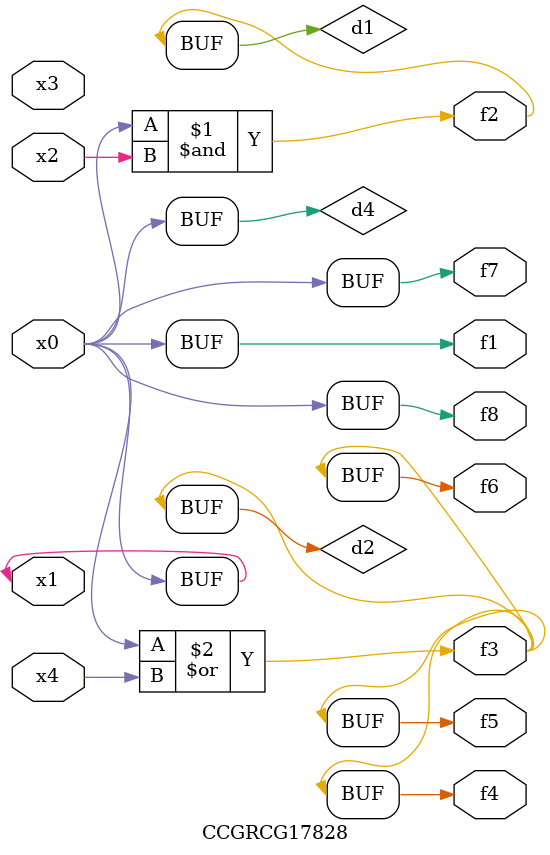
<source format=v>
module CCGRCG17828(
	input x0, x1, x2, x3, x4,
	output f1, f2, f3, f4, f5, f6, f7, f8
);

	wire d1, d2, d3, d4;

	and (d1, x0, x2);
	or (d2, x0, x4);
	nand (d3, x0, x2);
	buf (d4, x0, x1);
	assign f1 = d4;
	assign f2 = d1;
	assign f3 = d2;
	assign f4 = d2;
	assign f5 = d2;
	assign f6 = d2;
	assign f7 = d4;
	assign f8 = d4;
endmodule

</source>
